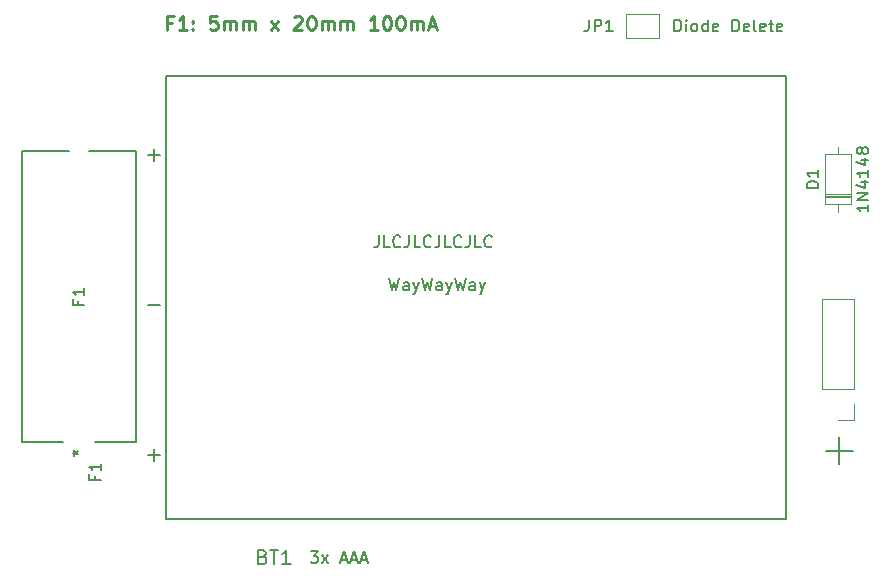
<source format=gbr>
%TF.GenerationSoftware,KiCad,Pcbnew,8.0.6*%
%TF.CreationDate,2024-12-05T00:05:36-06:00*%
%TF.ProjectId,AAA Battery Board,41414120-4261-4747-9465-727920426f61,rev?*%
%TF.SameCoordinates,Original*%
%TF.FileFunction,Legend,Top*%
%TF.FilePolarity,Positive*%
%FSLAX46Y46*%
G04 Gerber Fmt 4.6, Leading zero omitted, Abs format (unit mm)*
G04 Created by KiCad (PCBNEW 8.0.6) date 2024-12-05 00:05:36*
%MOMM*%
%LPD*%
G01*
G04 APERTURE LIST*
%ADD10C,0.240000*%
%ADD11C,0.150000*%
%ADD12C,0.200000*%
%ADD13C,0.152400*%
%ADD14C,0.120000*%
%ADD15C,0.127000*%
G04 APERTURE END LIST*
D10*
X118843608Y-56712091D02*
X118443608Y-56712091D01*
X118443608Y-57340662D02*
X118443608Y-56140662D01*
X118443608Y-56140662D02*
X119015036Y-56140662D01*
X120100750Y-57340662D02*
X119415036Y-57340662D01*
X119757893Y-57340662D02*
X119757893Y-56140662D01*
X119757893Y-56140662D02*
X119643607Y-56312091D01*
X119643607Y-56312091D02*
X119529322Y-56426377D01*
X119529322Y-56426377D02*
X119415036Y-56483520D01*
X120615036Y-57226377D02*
X120672179Y-57283520D01*
X120672179Y-57283520D02*
X120615036Y-57340662D01*
X120615036Y-57340662D02*
X120557893Y-57283520D01*
X120557893Y-57283520D02*
X120615036Y-57226377D01*
X120615036Y-57226377D02*
X120615036Y-57340662D01*
X120615036Y-56597805D02*
X120672179Y-56654948D01*
X120672179Y-56654948D02*
X120615036Y-56712091D01*
X120615036Y-56712091D02*
X120557893Y-56654948D01*
X120557893Y-56654948D02*
X120615036Y-56597805D01*
X120615036Y-56597805D02*
X120615036Y-56712091D01*
X122672179Y-56140662D02*
X122100751Y-56140662D01*
X122100751Y-56140662D02*
X122043608Y-56712091D01*
X122043608Y-56712091D02*
X122100751Y-56654948D01*
X122100751Y-56654948D02*
X122215037Y-56597805D01*
X122215037Y-56597805D02*
X122500751Y-56597805D01*
X122500751Y-56597805D02*
X122615037Y-56654948D01*
X122615037Y-56654948D02*
X122672179Y-56712091D01*
X122672179Y-56712091D02*
X122729322Y-56826377D01*
X122729322Y-56826377D02*
X122729322Y-57112091D01*
X122729322Y-57112091D02*
X122672179Y-57226377D01*
X122672179Y-57226377D02*
X122615037Y-57283520D01*
X122615037Y-57283520D02*
X122500751Y-57340662D01*
X122500751Y-57340662D02*
X122215037Y-57340662D01*
X122215037Y-57340662D02*
X122100751Y-57283520D01*
X122100751Y-57283520D02*
X122043608Y-57226377D01*
X123243608Y-57340662D02*
X123243608Y-56540662D01*
X123243608Y-56654948D02*
X123300751Y-56597805D01*
X123300751Y-56597805D02*
X123415036Y-56540662D01*
X123415036Y-56540662D02*
X123586465Y-56540662D01*
X123586465Y-56540662D02*
X123700751Y-56597805D01*
X123700751Y-56597805D02*
X123757894Y-56712091D01*
X123757894Y-56712091D02*
X123757894Y-57340662D01*
X123757894Y-56712091D02*
X123815036Y-56597805D01*
X123815036Y-56597805D02*
X123929322Y-56540662D01*
X123929322Y-56540662D02*
X124100751Y-56540662D01*
X124100751Y-56540662D02*
X124215036Y-56597805D01*
X124215036Y-56597805D02*
X124272179Y-56712091D01*
X124272179Y-56712091D02*
X124272179Y-57340662D01*
X124843608Y-57340662D02*
X124843608Y-56540662D01*
X124843608Y-56654948D02*
X124900751Y-56597805D01*
X124900751Y-56597805D02*
X125015036Y-56540662D01*
X125015036Y-56540662D02*
X125186465Y-56540662D01*
X125186465Y-56540662D02*
X125300751Y-56597805D01*
X125300751Y-56597805D02*
X125357894Y-56712091D01*
X125357894Y-56712091D02*
X125357894Y-57340662D01*
X125357894Y-56712091D02*
X125415036Y-56597805D01*
X125415036Y-56597805D02*
X125529322Y-56540662D01*
X125529322Y-56540662D02*
X125700751Y-56540662D01*
X125700751Y-56540662D02*
X125815036Y-56597805D01*
X125815036Y-56597805D02*
X125872179Y-56712091D01*
X125872179Y-56712091D02*
X125872179Y-57340662D01*
X127243608Y-57340662D02*
X127872180Y-56540662D01*
X127243608Y-56540662D02*
X127872180Y-57340662D01*
X129186466Y-56254948D02*
X129243609Y-56197805D01*
X129243609Y-56197805D02*
X129357895Y-56140662D01*
X129357895Y-56140662D02*
X129643609Y-56140662D01*
X129643609Y-56140662D02*
X129757895Y-56197805D01*
X129757895Y-56197805D02*
X129815037Y-56254948D01*
X129815037Y-56254948D02*
X129872180Y-56369234D01*
X129872180Y-56369234D02*
X129872180Y-56483520D01*
X129872180Y-56483520D02*
X129815037Y-56654948D01*
X129815037Y-56654948D02*
X129129323Y-57340662D01*
X129129323Y-57340662D02*
X129872180Y-57340662D01*
X130615037Y-56140662D02*
X130729323Y-56140662D01*
X130729323Y-56140662D02*
X130843609Y-56197805D01*
X130843609Y-56197805D02*
X130900752Y-56254948D01*
X130900752Y-56254948D02*
X130957894Y-56369234D01*
X130957894Y-56369234D02*
X131015037Y-56597805D01*
X131015037Y-56597805D02*
X131015037Y-56883520D01*
X131015037Y-56883520D02*
X130957894Y-57112091D01*
X130957894Y-57112091D02*
X130900752Y-57226377D01*
X130900752Y-57226377D02*
X130843609Y-57283520D01*
X130843609Y-57283520D02*
X130729323Y-57340662D01*
X130729323Y-57340662D02*
X130615037Y-57340662D01*
X130615037Y-57340662D02*
X130500752Y-57283520D01*
X130500752Y-57283520D02*
X130443609Y-57226377D01*
X130443609Y-57226377D02*
X130386466Y-57112091D01*
X130386466Y-57112091D02*
X130329323Y-56883520D01*
X130329323Y-56883520D02*
X130329323Y-56597805D01*
X130329323Y-56597805D02*
X130386466Y-56369234D01*
X130386466Y-56369234D02*
X130443609Y-56254948D01*
X130443609Y-56254948D02*
X130500752Y-56197805D01*
X130500752Y-56197805D02*
X130615037Y-56140662D01*
X131529323Y-57340662D02*
X131529323Y-56540662D01*
X131529323Y-56654948D02*
X131586466Y-56597805D01*
X131586466Y-56597805D02*
X131700751Y-56540662D01*
X131700751Y-56540662D02*
X131872180Y-56540662D01*
X131872180Y-56540662D02*
X131986466Y-56597805D01*
X131986466Y-56597805D02*
X132043609Y-56712091D01*
X132043609Y-56712091D02*
X132043609Y-57340662D01*
X132043609Y-56712091D02*
X132100751Y-56597805D01*
X132100751Y-56597805D02*
X132215037Y-56540662D01*
X132215037Y-56540662D02*
X132386466Y-56540662D01*
X132386466Y-56540662D02*
X132500751Y-56597805D01*
X132500751Y-56597805D02*
X132557894Y-56712091D01*
X132557894Y-56712091D02*
X132557894Y-57340662D01*
X133129323Y-57340662D02*
X133129323Y-56540662D01*
X133129323Y-56654948D02*
X133186466Y-56597805D01*
X133186466Y-56597805D02*
X133300751Y-56540662D01*
X133300751Y-56540662D02*
X133472180Y-56540662D01*
X133472180Y-56540662D02*
X133586466Y-56597805D01*
X133586466Y-56597805D02*
X133643609Y-56712091D01*
X133643609Y-56712091D02*
X133643609Y-57340662D01*
X133643609Y-56712091D02*
X133700751Y-56597805D01*
X133700751Y-56597805D02*
X133815037Y-56540662D01*
X133815037Y-56540662D02*
X133986466Y-56540662D01*
X133986466Y-56540662D02*
X134100751Y-56597805D01*
X134100751Y-56597805D02*
X134157894Y-56712091D01*
X134157894Y-56712091D02*
X134157894Y-57340662D01*
X136272180Y-57340662D02*
X135586466Y-57340662D01*
X135929323Y-57340662D02*
X135929323Y-56140662D01*
X135929323Y-56140662D02*
X135815037Y-56312091D01*
X135815037Y-56312091D02*
X135700752Y-56426377D01*
X135700752Y-56426377D02*
X135586466Y-56483520D01*
X137015037Y-56140662D02*
X137129323Y-56140662D01*
X137129323Y-56140662D02*
X137243609Y-56197805D01*
X137243609Y-56197805D02*
X137300752Y-56254948D01*
X137300752Y-56254948D02*
X137357894Y-56369234D01*
X137357894Y-56369234D02*
X137415037Y-56597805D01*
X137415037Y-56597805D02*
X137415037Y-56883520D01*
X137415037Y-56883520D02*
X137357894Y-57112091D01*
X137357894Y-57112091D02*
X137300752Y-57226377D01*
X137300752Y-57226377D02*
X137243609Y-57283520D01*
X137243609Y-57283520D02*
X137129323Y-57340662D01*
X137129323Y-57340662D02*
X137015037Y-57340662D01*
X137015037Y-57340662D02*
X136900752Y-57283520D01*
X136900752Y-57283520D02*
X136843609Y-57226377D01*
X136843609Y-57226377D02*
X136786466Y-57112091D01*
X136786466Y-57112091D02*
X136729323Y-56883520D01*
X136729323Y-56883520D02*
X136729323Y-56597805D01*
X136729323Y-56597805D02*
X136786466Y-56369234D01*
X136786466Y-56369234D02*
X136843609Y-56254948D01*
X136843609Y-56254948D02*
X136900752Y-56197805D01*
X136900752Y-56197805D02*
X137015037Y-56140662D01*
X138157894Y-56140662D02*
X138272180Y-56140662D01*
X138272180Y-56140662D02*
X138386466Y-56197805D01*
X138386466Y-56197805D02*
X138443609Y-56254948D01*
X138443609Y-56254948D02*
X138500751Y-56369234D01*
X138500751Y-56369234D02*
X138557894Y-56597805D01*
X138557894Y-56597805D02*
X138557894Y-56883520D01*
X138557894Y-56883520D02*
X138500751Y-57112091D01*
X138500751Y-57112091D02*
X138443609Y-57226377D01*
X138443609Y-57226377D02*
X138386466Y-57283520D01*
X138386466Y-57283520D02*
X138272180Y-57340662D01*
X138272180Y-57340662D02*
X138157894Y-57340662D01*
X138157894Y-57340662D02*
X138043609Y-57283520D01*
X138043609Y-57283520D02*
X137986466Y-57226377D01*
X137986466Y-57226377D02*
X137929323Y-57112091D01*
X137929323Y-57112091D02*
X137872180Y-56883520D01*
X137872180Y-56883520D02*
X137872180Y-56597805D01*
X137872180Y-56597805D02*
X137929323Y-56369234D01*
X137929323Y-56369234D02*
X137986466Y-56254948D01*
X137986466Y-56254948D02*
X138043609Y-56197805D01*
X138043609Y-56197805D02*
X138157894Y-56140662D01*
X139072180Y-57340662D02*
X139072180Y-56540662D01*
X139072180Y-56654948D02*
X139129323Y-56597805D01*
X139129323Y-56597805D02*
X139243608Y-56540662D01*
X139243608Y-56540662D02*
X139415037Y-56540662D01*
X139415037Y-56540662D02*
X139529323Y-56597805D01*
X139529323Y-56597805D02*
X139586466Y-56712091D01*
X139586466Y-56712091D02*
X139586466Y-57340662D01*
X139586466Y-56712091D02*
X139643608Y-56597805D01*
X139643608Y-56597805D02*
X139757894Y-56540662D01*
X139757894Y-56540662D02*
X139929323Y-56540662D01*
X139929323Y-56540662D02*
X140043608Y-56597805D01*
X140043608Y-56597805D02*
X140100751Y-56712091D01*
X140100751Y-56712091D02*
X140100751Y-57340662D01*
X140615037Y-56997805D02*
X141186466Y-56997805D01*
X140500751Y-57340662D02*
X140900751Y-56140662D01*
X140900751Y-56140662D02*
X141300751Y-57340662D01*
D11*
X136352493Y-74729819D02*
X136352493Y-75444104D01*
X136352493Y-75444104D02*
X136304874Y-75586961D01*
X136304874Y-75586961D02*
X136209636Y-75682200D01*
X136209636Y-75682200D02*
X136066779Y-75729819D01*
X136066779Y-75729819D02*
X135971541Y-75729819D01*
X137304874Y-75729819D02*
X136828684Y-75729819D01*
X136828684Y-75729819D02*
X136828684Y-74729819D01*
X138209636Y-75634580D02*
X138162017Y-75682200D01*
X138162017Y-75682200D02*
X138019160Y-75729819D01*
X138019160Y-75729819D02*
X137923922Y-75729819D01*
X137923922Y-75729819D02*
X137781065Y-75682200D01*
X137781065Y-75682200D02*
X137685827Y-75586961D01*
X137685827Y-75586961D02*
X137638208Y-75491723D01*
X137638208Y-75491723D02*
X137590589Y-75301247D01*
X137590589Y-75301247D02*
X137590589Y-75158390D01*
X137590589Y-75158390D02*
X137638208Y-74967914D01*
X137638208Y-74967914D02*
X137685827Y-74872676D01*
X137685827Y-74872676D02*
X137781065Y-74777438D01*
X137781065Y-74777438D02*
X137923922Y-74729819D01*
X137923922Y-74729819D02*
X138019160Y-74729819D01*
X138019160Y-74729819D02*
X138162017Y-74777438D01*
X138162017Y-74777438D02*
X138209636Y-74825057D01*
X138923922Y-74729819D02*
X138923922Y-75444104D01*
X138923922Y-75444104D02*
X138876303Y-75586961D01*
X138876303Y-75586961D02*
X138781065Y-75682200D01*
X138781065Y-75682200D02*
X138638208Y-75729819D01*
X138638208Y-75729819D02*
X138542970Y-75729819D01*
X139876303Y-75729819D02*
X139400113Y-75729819D01*
X139400113Y-75729819D02*
X139400113Y-74729819D01*
X140781065Y-75634580D02*
X140733446Y-75682200D01*
X140733446Y-75682200D02*
X140590589Y-75729819D01*
X140590589Y-75729819D02*
X140495351Y-75729819D01*
X140495351Y-75729819D02*
X140352494Y-75682200D01*
X140352494Y-75682200D02*
X140257256Y-75586961D01*
X140257256Y-75586961D02*
X140209637Y-75491723D01*
X140209637Y-75491723D02*
X140162018Y-75301247D01*
X140162018Y-75301247D02*
X140162018Y-75158390D01*
X140162018Y-75158390D02*
X140209637Y-74967914D01*
X140209637Y-74967914D02*
X140257256Y-74872676D01*
X140257256Y-74872676D02*
X140352494Y-74777438D01*
X140352494Y-74777438D02*
X140495351Y-74729819D01*
X140495351Y-74729819D02*
X140590589Y-74729819D01*
X140590589Y-74729819D02*
X140733446Y-74777438D01*
X140733446Y-74777438D02*
X140781065Y-74825057D01*
X141495351Y-74729819D02*
X141495351Y-75444104D01*
X141495351Y-75444104D02*
X141447732Y-75586961D01*
X141447732Y-75586961D02*
X141352494Y-75682200D01*
X141352494Y-75682200D02*
X141209637Y-75729819D01*
X141209637Y-75729819D02*
X141114399Y-75729819D01*
X142447732Y-75729819D02*
X141971542Y-75729819D01*
X141971542Y-75729819D02*
X141971542Y-74729819D01*
X143352494Y-75634580D02*
X143304875Y-75682200D01*
X143304875Y-75682200D02*
X143162018Y-75729819D01*
X143162018Y-75729819D02*
X143066780Y-75729819D01*
X143066780Y-75729819D02*
X142923923Y-75682200D01*
X142923923Y-75682200D02*
X142828685Y-75586961D01*
X142828685Y-75586961D02*
X142781066Y-75491723D01*
X142781066Y-75491723D02*
X142733447Y-75301247D01*
X142733447Y-75301247D02*
X142733447Y-75158390D01*
X142733447Y-75158390D02*
X142781066Y-74967914D01*
X142781066Y-74967914D02*
X142828685Y-74872676D01*
X142828685Y-74872676D02*
X142923923Y-74777438D01*
X142923923Y-74777438D02*
X143066780Y-74729819D01*
X143066780Y-74729819D02*
X143162018Y-74729819D01*
X143162018Y-74729819D02*
X143304875Y-74777438D01*
X143304875Y-74777438D02*
X143352494Y-74825057D01*
X144066780Y-74729819D02*
X144066780Y-75444104D01*
X144066780Y-75444104D02*
X144019161Y-75586961D01*
X144019161Y-75586961D02*
X143923923Y-75682200D01*
X143923923Y-75682200D02*
X143781066Y-75729819D01*
X143781066Y-75729819D02*
X143685828Y-75729819D01*
X145019161Y-75729819D02*
X144542971Y-75729819D01*
X144542971Y-75729819D02*
X144542971Y-74729819D01*
X145923923Y-75634580D02*
X145876304Y-75682200D01*
X145876304Y-75682200D02*
X145733447Y-75729819D01*
X145733447Y-75729819D02*
X145638209Y-75729819D01*
X145638209Y-75729819D02*
X145495352Y-75682200D01*
X145495352Y-75682200D02*
X145400114Y-75586961D01*
X145400114Y-75586961D02*
X145352495Y-75491723D01*
X145352495Y-75491723D02*
X145304876Y-75301247D01*
X145304876Y-75301247D02*
X145304876Y-75158390D01*
X145304876Y-75158390D02*
X145352495Y-74967914D01*
X145352495Y-74967914D02*
X145400114Y-74872676D01*
X145400114Y-74872676D02*
X145495352Y-74777438D01*
X145495352Y-74777438D02*
X145638209Y-74729819D01*
X145638209Y-74729819D02*
X145733447Y-74729819D01*
X145733447Y-74729819D02*
X145876304Y-74777438D01*
X145876304Y-74777438D02*
X145923923Y-74825057D01*
X137241541Y-78369819D02*
X137479636Y-79369819D01*
X137479636Y-79369819D02*
X137670112Y-78655533D01*
X137670112Y-78655533D02*
X137860588Y-79369819D01*
X137860588Y-79369819D02*
X138098684Y-78369819D01*
X138908207Y-79369819D02*
X138908207Y-78846009D01*
X138908207Y-78846009D02*
X138860588Y-78750771D01*
X138860588Y-78750771D02*
X138765350Y-78703152D01*
X138765350Y-78703152D02*
X138574874Y-78703152D01*
X138574874Y-78703152D02*
X138479636Y-78750771D01*
X138908207Y-79322200D02*
X138812969Y-79369819D01*
X138812969Y-79369819D02*
X138574874Y-79369819D01*
X138574874Y-79369819D02*
X138479636Y-79322200D01*
X138479636Y-79322200D02*
X138432017Y-79226961D01*
X138432017Y-79226961D02*
X138432017Y-79131723D01*
X138432017Y-79131723D02*
X138479636Y-79036485D01*
X138479636Y-79036485D02*
X138574874Y-78988866D01*
X138574874Y-78988866D02*
X138812969Y-78988866D01*
X138812969Y-78988866D02*
X138908207Y-78941247D01*
X139289160Y-78703152D02*
X139527255Y-79369819D01*
X139765350Y-78703152D02*
X139527255Y-79369819D01*
X139527255Y-79369819D02*
X139432017Y-79607914D01*
X139432017Y-79607914D02*
X139384398Y-79655533D01*
X139384398Y-79655533D02*
X139289160Y-79703152D01*
X140051065Y-78369819D02*
X140289160Y-79369819D01*
X140289160Y-79369819D02*
X140479636Y-78655533D01*
X140479636Y-78655533D02*
X140670112Y-79369819D01*
X140670112Y-79369819D02*
X140908208Y-78369819D01*
X141717731Y-79369819D02*
X141717731Y-78846009D01*
X141717731Y-78846009D02*
X141670112Y-78750771D01*
X141670112Y-78750771D02*
X141574874Y-78703152D01*
X141574874Y-78703152D02*
X141384398Y-78703152D01*
X141384398Y-78703152D02*
X141289160Y-78750771D01*
X141717731Y-79322200D02*
X141622493Y-79369819D01*
X141622493Y-79369819D02*
X141384398Y-79369819D01*
X141384398Y-79369819D02*
X141289160Y-79322200D01*
X141289160Y-79322200D02*
X141241541Y-79226961D01*
X141241541Y-79226961D02*
X141241541Y-79131723D01*
X141241541Y-79131723D02*
X141289160Y-79036485D01*
X141289160Y-79036485D02*
X141384398Y-78988866D01*
X141384398Y-78988866D02*
X141622493Y-78988866D01*
X141622493Y-78988866D02*
X141717731Y-78941247D01*
X142098684Y-78703152D02*
X142336779Y-79369819D01*
X142574874Y-78703152D02*
X142336779Y-79369819D01*
X142336779Y-79369819D02*
X142241541Y-79607914D01*
X142241541Y-79607914D02*
X142193922Y-79655533D01*
X142193922Y-79655533D02*
X142098684Y-79703152D01*
X142860589Y-78369819D02*
X143098684Y-79369819D01*
X143098684Y-79369819D02*
X143289160Y-78655533D01*
X143289160Y-78655533D02*
X143479636Y-79369819D01*
X143479636Y-79369819D02*
X143717732Y-78369819D01*
X144527255Y-79369819D02*
X144527255Y-78846009D01*
X144527255Y-78846009D02*
X144479636Y-78750771D01*
X144479636Y-78750771D02*
X144384398Y-78703152D01*
X144384398Y-78703152D02*
X144193922Y-78703152D01*
X144193922Y-78703152D02*
X144098684Y-78750771D01*
X144527255Y-79322200D02*
X144432017Y-79369819D01*
X144432017Y-79369819D02*
X144193922Y-79369819D01*
X144193922Y-79369819D02*
X144098684Y-79322200D01*
X144098684Y-79322200D02*
X144051065Y-79226961D01*
X144051065Y-79226961D02*
X144051065Y-79131723D01*
X144051065Y-79131723D02*
X144098684Y-79036485D01*
X144098684Y-79036485D02*
X144193922Y-78988866D01*
X144193922Y-78988866D02*
X144432017Y-78988866D01*
X144432017Y-78988866D02*
X144527255Y-78941247D01*
X144908208Y-78703152D02*
X145146303Y-79369819D01*
X145384398Y-78703152D02*
X145146303Y-79369819D01*
X145146303Y-79369819D02*
X145051065Y-79607914D01*
X145051065Y-79607914D02*
X145003446Y-79655533D01*
X145003446Y-79655533D02*
X144908208Y-79703152D01*
D12*
X174200863Y-92967600D02*
X176486578Y-92967600D01*
X175343720Y-94110457D02*
X175343720Y-91824742D01*
D11*
X110931009Y-80238758D02*
X110931009Y-80572091D01*
X111454819Y-80572091D02*
X110454819Y-80572091D01*
X110454819Y-80572091D02*
X110454819Y-80095901D01*
X111454819Y-79191139D02*
X111454819Y-79762567D01*
X111454819Y-79476853D02*
X110454819Y-79476853D01*
X110454819Y-79476853D02*
X110597676Y-79572091D01*
X110597676Y-79572091D02*
X110692914Y-79667329D01*
X110692914Y-79667329D02*
X110740533Y-79762567D01*
X110454819Y-93126124D02*
X110692914Y-93126124D01*
X110597676Y-93364219D02*
X110692914Y-93126124D01*
X110692914Y-93126124D02*
X110597676Y-92888029D01*
X110883390Y-93268981D02*
X110692914Y-93126124D01*
X110692914Y-93126124D02*
X110883390Y-92983267D01*
X112314009Y-95098758D02*
X112314009Y-95432091D01*
X112837819Y-95432091D02*
X111837819Y-95432091D01*
X111837819Y-95432091D02*
X111837819Y-94955901D01*
X112837819Y-94051139D02*
X112837819Y-94622567D01*
X112837819Y-94336853D02*
X111837819Y-94336853D01*
X111837819Y-94336853D02*
X111980676Y-94432091D01*
X111980676Y-94432091D02*
X112075914Y-94527329D01*
X112075914Y-94527329D02*
X112123533Y-94622567D01*
X110454819Y-93126124D02*
X110692914Y-93126124D01*
X110597676Y-93364219D02*
X110692914Y-93126124D01*
X110692914Y-93126124D02*
X110597676Y-92888029D01*
X110883390Y-93268981D02*
X110692914Y-93126124D01*
X110692914Y-93126124D02*
X110883390Y-92983267D01*
X154166666Y-56454819D02*
X154166666Y-57169104D01*
X154166666Y-57169104D02*
X154119047Y-57311961D01*
X154119047Y-57311961D02*
X154023809Y-57407200D01*
X154023809Y-57407200D02*
X153880952Y-57454819D01*
X153880952Y-57454819D02*
X153785714Y-57454819D01*
X154642857Y-57454819D02*
X154642857Y-56454819D01*
X154642857Y-56454819D02*
X155023809Y-56454819D01*
X155023809Y-56454819D02*
X155119047Y-56502438D01*
X155119047Y-56502438D02*
X155166666Y-56550057D01*
X155166666Y-56550057D02*
X155214285Y-56645295D01*
X155214285Y-56645295D02*
X155214285Y-56788152D01*
X155214285Y-56788152D02*
X155166666Y-56883390D01*
X155166666Y-56883390D02*
X155119047Y-56931009D01*
X155119047Y-56931009D02*
X155023809Y-56978628D01*
X155023809Y-56978628D02*
X154642857Y-56978628D01*
X156166666Y-57454819D02*
X155595238Y-57454819D01*
X155880952Y-57454819D02*
X155880952Y-56454819D01*
X155880952Y-56454819D02*
X155785714Y-56597676D01*
X155785714Y-56597676D02*
X155690476Y-56692914D01*
X155690476Y-56692914D02*
X155595238Y-56740533D01*
X161402380Y-57454819D02*
X161402380Y-56454819D01*
X161402380Y-56454819D02*
X161640475Y-56454819D01*
X161640475Y-56454819D02*
X161783332Y-56502438D01*
X161783332Y-56502438D02*
X161878570Y-56597676D01*
X161878570Y-56597676D02*
X161926189Y-56692914D01*
X161926189Y-56692914D02*
X161973808Y-56883390D01*
X161973808Y-56883390D02*
X161973808Y-57026247D01*
X161973808Y-57026247D02*
X161926189Y-57216723D01*
X161926189Y-57216723D02*
X161878570Y-57311961D01*
X161878570Y-57311961D02*
X161783332Y-57407200D01*
X161783332Y-57407200D02*
X161640475Y-57454819D01*
X161640475Y-57454819D02*
X161402380Y-57454819D01*
X162402380Y-57454819D02*
X162402380Y-56788152D01*
X162402380Y-56454819D02*
X162354761Y-56502438D01*
X162354761Y-56502438D02*
X162402380Y-56550057D01*
X162402380Y-56550057D02*
X162449999Y-56502438D01*
X162449999Y-56502438D02*
X162402380Y-56454819D01*
X162402380Y-56454819D02*
X162402380Y-56550057D01*
X163021427Y-57454819D02*
X162926189Y-57407200D01*
X162926189Y-57407200D02*
X162878570Y-57359580D01*
X162878570Y-57359580D02*
X162830951Y-57264342D01*
X162830951Y-57264342D02*
X162830951Y-56978628D01*
X162830951Y-56978628D02*
X162878570Y-56883390D01*
X162878570Y-56883390D02*
X162926189Y-56835771D01*
X162926189Y-56835771D02*
X163021427Y-56788152D01*
X163021427Y-56788152D02*
X163164284Y-56788152D01*
X163164284Y-56788152D02*
X163259522Y-56835771D01*
X163259522Y-56835771D02*
X163307141Y-56883390D01*
X163307141Y-56883390D02*
X163354760Y-56978628D01*
X163354760Y-56978628D02*
X163354760Y-57264342D01*
X163354760Y-57264342D02*
X163307141Y-57359580D01*
X163307141Y-57359580D02*
X163259522Y-57407200D01*
X163259522Y-57407200D02*
X163164284Y-57454819D01*
X163164284Y-57454819D02*
X163021427Y-57454819D01*
X164211903Y-57454819D02*
X164211903Y-56454819D01*
X164211903Y-57407200D02*
X164116665Y-57454819D01*
X164116665Y-57454819D02*
X163926189Y-57454819D01*
X163926189Y-57454819D02*
X163830951Y-57407200D01*
X163830951Y-57407200D02*
X163783332Y-57359580D01*
X163783332Y-57359580D02*
X163735713Y-57264342D01*
X163735713Y-57264342D02*
X163735713Y-56978628D01*
X163735713Y-56978628D02*
X163783332Y-56883390D01*
X163783332Y-56883390D02*
X163830951Y-56835771D01*
X163830951Y-56835771D02*
X163926189Y-56788152D01*
X163926189Y-56788152D02*
X164116665Y-56788152D01*
X164116665Y-56788152D02*
X164211903Y-56835771D01*
X165069046Y-57407200D02*
X164973808Y-57454819D01*
X164973808Y-57454819D02*
X164783332Y-57454819D01*
X164783332Y-57454819D02*
X164688094Y-57407200D01*
X164688094Y-57407200D02*
X164640475Y-57311961D01*
X164640475Y-57311961D02*
X164640475Y-56931009D01*
X164640475Y-56931009D02*
X164688094Y-56835771D01*
X164688094Y-56835771D02*
X164783332Y-56788152D01*
X164783332Y-56788152D02*
X164973808Y-56788152D01*
X164973808Y-56788152D02*
X165069046Y-56835771D01*
X165069046Y-56835771D02*
X165116665Y-56931009D01*
X165116665Y-56931009D02*
X165116665Y-57026247D01*
X165116665Y-57026247D02*
X164640475Y-57121485D01*
X166307142Y-57454819D02*
X166307142Y-56454819D01*
X166307142Y-56454819D02*
X166545237Y-56454819D01*
X166545237Y-56454819D02*
X166688094Y-56502438D01*
X166688094Y-56502438D02*
X166783332Y-56597676D01*
X166783332Y-56597676D02*
X166830951Y-56692914D01*
X166830951Y-56692914D02*
X166878570Y-56883390D01*
X166878570Y-56883390D02*
X166878570Y-57026247D01*
X166878570Y-57026247D02*
X166830951Y-57216723D01*
X166830951Y-57216723D02*
X166783332Y-57311961D01*
X166783332Y-57311961D02*
X166688094Y-57407200D01*
X166688094Y-57407200D02*
X166545237Y-57454819D01*
X166545237Y-57454819D02*
X166307142Y-57454819D01*
X167688094Y-57407200D02*
X167592856Y-57454819D01*
X167592856Y-57454819D02*
X167402380Y-57454819D01*
X167402380Y-57454819D02*
X167307142Y-57407200D01*
X167307142Y-57407200D02*
X167259523Y-57311961D01*
X167259523Y-57311961D02*
X167259523Y-56931009D01*
X167259523Y-56931009D02*
X167307142Y-56835771D01*
X167307142Y-56835771D02*
X167402380Y-56788152D01*
X167402380Y-56788152D02*
X167592856Y-56788152D01*
X167592856Y-56788152D02*
X167688094Y-56835771D01*
X167688094Y-56835771D02*
X167735713Y-56931009D01*
X167735713Y-56931009D02*
X167735713Y-57026247D01*
X167735713Y-57026247D02*
X167259523Y-57121485D01*
X168307142Y-57454819D02*
X168211904Y-57407200D01*
X168211904Y-57407200D02*
X168164285Y-57311961D01*
X168164285Y-57311961D02*
X168164285Y-56454819D01*
X169069047Y-57407200D02*
X168973809Y-57454819D01*
X168973809Y-57454819D02*
X168783333Y-57454819D01*
X168783333Y-57454819D02*
X168688095Y-57407200D01*
X168688095Y-57407200D02*
X168640476Y-57311961D01*
X168640476Y-57311961D02*
X168640476Y-56931009D01*
X168640476Y-56931009D02*
X168688095Y-56835771D01*
X168688095Y-56835771D02*
X168783333Y-56788152D01*
X168783333Y-56788152D02*
X168973809Y-56788152D01*
X168973809Y-56788152D02*
X169069047Y-56835771D01*
X169069047Y-56835771D02*
X169116666Y-56931009D01*
X169116666Y-56931009D02*
X169116666Y-57026247D01*
X169116666Y-57026247D02*
X168640476Y-57121485D01*
X169402381Y-56788152D02*
X169783333Y-56788152D01*
X169545238Y-56454819D02*
X169545238Y-57311961D01*
X169545238Y-57311961D02*
X169592857Y-57407200D01*
X169592857Y-57407200D02*
X169688095Y-57454819D01*
X169688095Y-57454819D02*
X169783333Y-57454819D01*
X170497619Y-57407200D02*
X170402381Y-57454819D01*
X170402381Y-57454819D02*
X170211905Y-57454819D01*
X170211905Y-57454819D02*
X170116667Y-57407200D01*
X170116667Y-57407200D02*
X170069048Y-57311961D01*
X170069048Y-57311961D02*
X170069048Y-56931009D01*
X170069048Y-56931009D02*
X170116667Y-56835771D01*
X170116667Y-56835771D02*
X170211905Y-56788152D01*
X170211905Y-56788152D02*
X170402381Y-56788152D01*
X170402381Y-56788152D02*
X170497619Y-56835771D01*
X170497619Y-56835771D02*
X170545238Y-56931009D01*
X170545238Y-56931009D02*
X170545238Y-57026247D01*
X170545238Y-57026247D02*
X170069048Y-57121485D01*
X173594819Y-70715094D02*
X172594819Y-70715094D01*
X172594819Y-70715094D02*
X172594819Y-70476999D01*
X172594819Y-70476999D02*
X172642438Y-70334142D01*
X172642438Y-70334142D02*
X172737676Y-70238904D01*
X172737676Y-70238904D02*
X172832914Y-70191285D01*
X172832914Y-70191285D02*
X173023390Y-70143666D01*
X173023390Y-70143666D02*
X173166247Y-70143666D01*
X173166247Y-70143666D02*
X173356723Y-70191285D01*
X173356723Y-70191285D02*
X173451961Y-70238904D01*
X173451961Y-70238904D02*
X173547200Y-70334142D01*
X173547200Y-70334142D02*
X173594819Y-70476999D01*
X173594819Y-70476999D02*
X173594819Y-70715094D01*
X173594819Y-69191285D02*
X173594819Y-69762713D01*
X173594819Y-69476999D02*
X172594819Y-69476999D01*
X172594819Y-69476999D02*
X172737676Y-69572237D01*
X172737676Y-69572237D02*
X172832914Y-69667475D01*
X172832914Y-69667475D02*
X172880533Y-69762713D01*
X177834819Y-72119857D02*
X177834819Y-72691285D01*
X177834819Y-72405571D02*
X176834819Y-72405571D01*
X176834819Y-72405571D02*
X176977676Y-72500809D01*
X176977676Y-72500809D02*
X177072914Y-72596047D01*
X177072914Y-72596047D02*
X177120533Y-72691285D01*
X177834819Y-71691285D02*
X176834819Y-71691285D01*
X176834819Y-71691285D02*
X177834819Y-71119857D01*
X177834819Y-71119857D02*
X176834819Y-71119857D01*
X177168152Y-70215095D02*
X177834819Y-70215095D01*
X176787200Y-70453190D02*
X177501485Y-70691285D01*
X177501485Y-70691285D02*
X177501485Y-70072238D01*
X177834819Y-69167476D02*
X177834819Y-69738904D01*
X177834819Y-69453190D02*
X176834819Y-69453190D01*
X176834819Y-69453190D02*
X176977676Y-69548428D01*
X176977676Y-69548428D02*
X177072914Y-69643666D01*
X177072914Y-69643666D02*
X177120533Y-69738904D01*
X177168152Y-68310333D02*
X177834819Y-68310333D01*
X176787200Y-68548428D02*
X177501485Y-68786523D01*
X177501485Y-68786523D02*
X177501485Y-68167476D01*
X177263390Y-67643666D02*
X177215771Y-67738904D01*
X177215771Y-67738904D02*
X177168152Y-67786523D01*
X177168152Y-67786523D02*
X177072914Y-67834142D01*
X177072914Y-67834142D02*
X177025295Y-67834142D01*
X177025295Y-67834142D02*
X176930057Y-67786523D01*
X176930057Y-67786523D02*
X176882438Y-67738904D01*
X176882438Y-67738904D02*
X176834819Y-67643666D01*
X176834819Y-67643666D02*
X176834819Y-67453190D01*
X176834819Y-67453190D02*
X176882438Y-67357952D01*
X176882438Y-67357952D02*
X176930057Y-67310333D01*
X176930057Y-67310333D02*
X177025295Y-67262714D01*
X177025295Y-67262714D02*
X177072914Y-67262714D01*
X177072914Y-67262714D02*
X177168152Y-67310333D01*
X177168152Y-67310333D02*
X177215771Y-67357952D01*
X177215771Y-67357952D02*
X177263390Y-67453190D01*
X177263390Y-67453190D02*
X177263390Y-67643666D01*
X177263390Y-67643666D02*
X177311009Y-67738904D01*
X177311009Y-67738904D02*
X177358628Y-67786523D01*
X177358628Y-67786523D02*
X177453866Y-67834142D01*
X177453866Y-67834142D02*
X177644342Y-67834142D01*
X177644342Y-67834142D02*
X177739580Y-67786523D01*
X177739580Y-67786523D02*
X177787200Y-67738904D01*
X177787200Y-67738904D02*
X177834819Y-67643666D01*
X177834819Y-67643666D02*
X177834819Y-67453190D01*
X177834819Y-67453190D02*
X177787200Y-67357952D01*
X177787200Y-67357952D02*
X177739580Y-67310333D01*
X177739580Y-67310333D02*
X177644342Y-67262714D01*
X177644342Y-67262714D02*
X177453866Y-67262714D01*
X177453866Y-67262714D02*
X177358628Y-67310333D01*
X177358628Y-67310333D02*
X177311009Y-67357952D01*
X177311009Y-67357952D02*
X177263390Y-67453190D01*
D12*
X126557143Y-101916171D02*
X126728571Y-101973314D01*
X126728571Y-101973314D02*
X126785714Y-102030457D01*
X126785714Y-102030457D02*
X126842857Y-102144742D01*
X126842857Y-102144742D02*
X126842857Y-102316171D01*
X126842857Y-102316171D02*
X126785714Y-102430457D01*
X126785714Y-102430457D02*
X126728571Y-102487600D01*
X126728571Y-102487600D02*
X126614286Y-102544742D01*
X126614286Y-102544742D02*
X126157143Y-102544742D01*
X126157143Y-102544742D02*
X126157143Y-101344742D01*
X126157143Y-101344742D02*
X126557143Y-101344742D01*
X126557143Y-101344742D02*
X126671429Y-101401885D01*
X126671429Y-101401885D02*
X126728571Y-101459028D01*
X126728571Y-101459028D02*
X126785714Y-101573314D01*
X126785714Y-101573314D02*
X126785714Y-101687600D01*
X126785714Y-101687600D02*
X126728571Y-101801885D01*
X126728571Y-101801885D02*
X126671429Y-101859028D01*
X126671429Y-101859028D02*
X126557143Y-101916171D01*
X126557143Y-101916171D02*
X126157143Y-101916171D01*
X127185714Y-101344742D02*
X127871429Y-101344742D01*
X127528571Y-102544742D02*
X127528571Y-101344742D01*
X128900000Y-102544742D02*
X128214286Y-102544742D01*
X128557143Y-102544742D02*
X128557143Y-101344742D01*
X128557143Y-101344742D02*
X128442857Y-101516171D01*
X128442857Y-101516171D02*
X128328572Y-101630457D01*
X128328572Y-101630457D02*
X128214286Y-101687600D01*
D11*
X130595238Y-101454819D02*
X131214285Y-101454819D01*
X131214285Y-101454819D02*
X130880952Y-101835771D01*
X130880952Y-101835771D02*
X131023809Y-101835771D01*
X131023809Y-101835771D02*
X131119047Y-101883390D01*
X131119047Y-101883390D02*
X131166666Y-101931009D01*
X131166666Y-101931009D02*
X131214285Y-102026247D01*
X131214285Y-102026247D02*
X131214285Y-102264342D01*
X131214285Y-102264342D02*
X131166666Y-102359580D01*
X131166666Y-102359580D02*
X131119047Y-102407200D01*
X131119047Y-102407200D02*
X131023809Y-102454819D01*
X131023809Y-102454819D02*
X130738095Y-102454819D01*
X130738095Y-102454819D02*
X130642857Y-102407200D01*
X130642857Y-102407200D02*
X130595238Y-102359580D01*
X131547619Y-102454819D02*
X132071428Y-101788152D01*
X131547619Y-101788152D02*
X132071428Y-102454819D01*
X133166667Y-102169104D02*
X133642857Y-102169104D01*
X133071429Y-102454819D02*
X133404762Y-101454819D01*
X133404762Y-101454819D02*
X133738095Y-102454819D01*
X134023810Y-102169104D02*
X134500000Y-102169104D01*
X133928572Y-102454819D02*
X134261905Y-101454819D01*
X134261905Y-101454819D02*
X134595238Y-102454819D01*
X134880953Y-102169104D02*
X135357143Y-102169104D01*
X134785715Y-102454819D02*
X135119048Y-101454819D01*
X135119048Y-101454819D02*
X135452381Y-102454819D01*
D13*
%TO.C,F1*%
X106174000Y-92237125D02*
X109665174Y-92237125D01*
X112334826Y-92237125D02*
X115826000Y-92237125D01*
X115826000Y-92237125D02*
X115826000Y-67573725D01*
X106174000Y-67573725D02*
X106174000Y-92237125D01*
X110151119Y-67573725D02*
X106174000Y-67573725D01*
X115826000Y-67573725D02*
X111848881Y-67573725D01*
D14*
%TO.C,J1*%
X173930000Y-87757000D02*
X173930000Y-80077000D01*
X176590000Y-80077000D02*
X173930000Y-80077000D01*
X176590000Y-87757000D02*
X173930000Y-87757000D01*
X176590000Y-87757000D02*
X176590000Y-80077000D01*
X176590000Y-89027000D02*
X176590000Y-90357000D01*
X176590000Y-90357000D02*
X175260000Y-90357000D01*
%TO.C,JP1*%
X157325000Y-56000000D02*
X160125000Y-56000000D01*
X157325000Y-58000000D02*
X157325000Y-56000000D01*
X160125000Y-56000000D02*
X160125000Y-58000000D01*
X160125000Y-58000000D02*
X157325000Y-58000000D01*
%TO.C,D1*%
X174140000Y-67857000D02*
X174140000Y-72097000D01*
X174140000Y-71257000D02*
X176380000Y-71257000D01*
X174140000Y-71377000D02*
X176380000Y-71377000D01*
X174140000Y-71497000D02*
X176380000Y-71497000D01*
X174140000Y-72097000D02*
X176380000Y-72097000D01*
X175260000Y-67207000D02*
X175260000Y-67857000D01*
X175260000Y-72747000D02*
X175260000Y-72097000D01*
X176380000Y-67857000D02*
X174140000Y-67857000D01*
X176380000Y-72097000D02*
X176380000Y-67857000D01*
D15*
%TO.C,BT1*%
X117374000Y-68445000D02*
X117374000Y-67445000D01*
X117374000Y-93845000D02*
X117374000Y-92845000D01*
X117874000Y-67945000D02*
X116874000Y-67945000D01*
X117874000Y-80645000D02*
X116874000Y-80645000D01*
X117874000Y-93345000D02*
X116874000Y-93345000D01*
X118374000Y-61195000D02*
X170874000Y-61195000D01*
X118374000Y-98695000D02*
X118374000Y-61195000D01*
X170874000Y-61195000D02*
X170874000Y-98695000D01*
X170874000Y-98695000D02*
X118374000Y-98695000D01*
%TD*%
M02*

</source>
